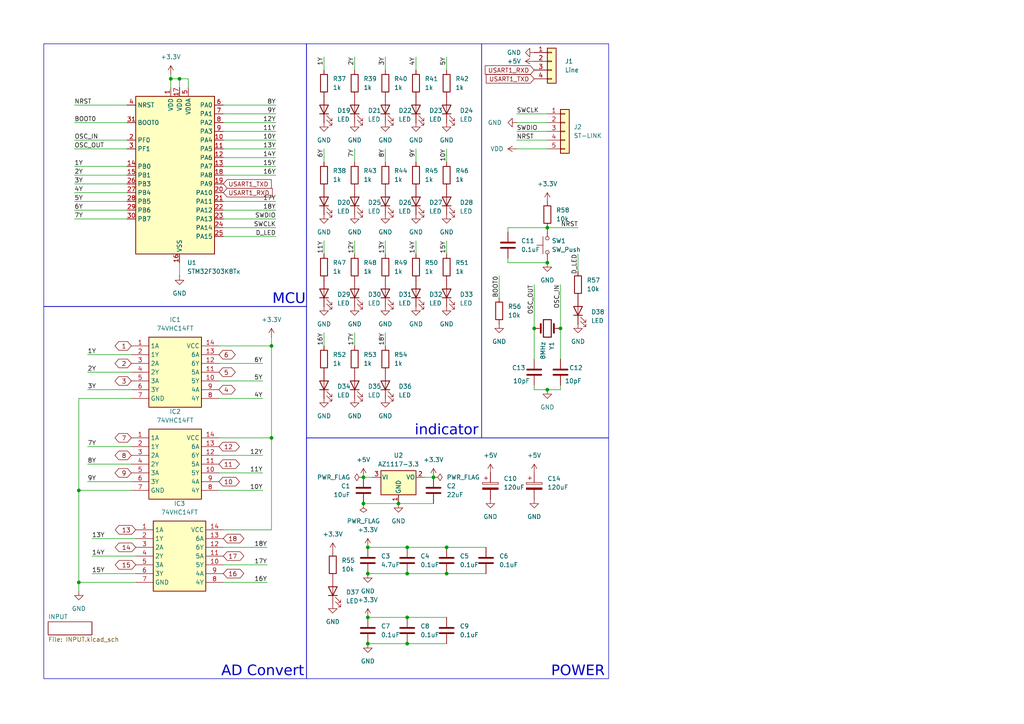
<source format=kicad_sch>
(kicad_sch (version 20231120) (generator "eeschema") (generator_version "8.0")
  (paper "A4")
  (title_block (title "MCU") (date "2024-07-13") (rev "1.0") (company "yukuyuku4123"))
  (lib_symbols
    (symbol "Connector_Generic:Conn_01x04" (pin_names (offset 1.016) hide)
      (property "Reference" "J" (at 0 5.08 0))
      (property "Value" "Conn_01x04" (at 0 -7.62 0))
      (symbol "Conn_01x04_1_1"
        (pin passive line (at -5.08 2.54 0) (length 3.81) (name "Pin_1") (number "1"))
        (pin passive line (at -5.08 0 0) (length 3.81) (name "Pin_2") (number "2"))
        (pin passive line (at -5.08 -2.54 0) (length 3.81) (name "Pin_3") (number "3"))
        (pin passive line (at -5.08 -5.08 0) (length 3.81) (name "Pin_4") (number "4"))
      )
    )
    (symbol "Connector_Generic:Conn_01x05" (pin_names (offset 1.016) hide)
      (property "Reference" "J" (at 0 7.62 0))
      (property "Value" "Conn_01x05" (at 0 -7.62 0))
      (symbol "Conn_01x05_1_1"
        (pin passive line (at -5.08 5.08 0) (length 3.81) (name "Pin_1") (number "1"))
        (pin passive line (at -5.08 2.54 0) (length 3.81) (name "Pin_2") (number "2"))
        (pin passive line (at -5.08 0 0) (length 3.81) (name "Pin_3") (number "3"))
        (pin passive line (at -5.08 -2.54 0) (length 3.81) (name "Pin_4") (number "4"))
        (pin passive line (at -5.08 -5.08 0) (length 3.81) (name "Pin_5") (number "5"))
      )
    )
    (symbol "Device:C" (pin_numbers hide) (pin_names (offset 0.254))
      (property "Reference" "C" (at 0.635 2.54 0))
      (property "Value" "C" (at 0.635 -2.54 0))
      (symbol "C_1_1"
        (pin passive line (at 0 3.81 270) (length 2.794) (name "~") (number "1"))
        (pin passive line (at 0 -3.81 90) (length 2.794) (name "~") (number "2"))
      )
    )
    (symbol "Device:C_Polarized" (pin_numbers hide) (pin_names (offset 0.254))
      (property "Reference" "C" (at 0.635 2.54 0))
      (property "Value" "C_Polarized" (at 0.635 -2.54 0))
      (symbol "C_Polarized_1_1"
        (pin passive line (at 0 3.81 270) (length 2.794) (name "~") (number "1"))
        (pin passive line (at 0 -3.81 90) (length 2.794) (name "~") (number "2"))
      )
    )
    (symbol "Device:Crystal" (pin_numbers hide) (pin_names (offset 1.016) hide)
      (property "Reference" "Y" (at 0 3.81 0))
      (property "Value" "Crystal" (at 0 -3.81 0))
      (symbol "Crystal_1_1"
        (pin passive line (at -3.81 0 0) (length 1.27) (name "1") (number "1"))
        (pin passive line (at 3.81 0 180) (length 1.27) (name "2") (number "2"))
      )
    )
    (symbol "Device:LED" (pin_numbers hide) (pin_names (offset 1.016) hide)
      (property "Reference" "D" (at 0 2.54 0))
      (property "Value" "LED" (at 0 -2.54 0))
      (symbol "LED_1_1"
        (pin passive line (at -3.81 0 0) (length 2.54) (name "K") (number "1"))
        (pin passive line (at 3.81 0 180) (length 2.54) (name "A") (number "2"))
      )
    )
    (symbol "Device:R" (pin_numbers hide) (pin_names (offset 0))
      (property "Reference" "R" (at 2.032 0 90))
      (property "Value" "R" (at 0 0 90))
      (symbol "R_1_1"
        (pin passive line (at 0 3.81 270) (length 1.27) (name "~") (number "1"))
        (pin passive line (at 0 -3.81 90) (length 1.27) (name "~") (number "2"))
      )
    )
    (symbol "MCU_ST_STM32F3:STM32F303K8Tx"
      (property "Reference" "U" (at -10.16 24.13 0))
      (property "Value" "STM32F303K8Tx" (at 7.62 24.13 0))
      (symbol "STM32F303K8Tx_1_1"
        (pin power_in line (at 0 25.4 270) (length 2.54) (name "VDD") (number "1"))
        (pin bidirectional line (at 15.24 10.16 180) (length 2.54) (name "PA4") (number "10"))
        (pin bidirectional line (at 15.24 7.62 180) (length 2.54) (name "PA5") (number "11"))
        (pin bidirectional line (at 15.24 5.08 180) (length 2.54) (name "PA6") (number "12"))
        (pin bidirectional line (at 15.24 2.54 180) (length 2.54) (name "PA7") (number "13"))
        (pin bidirectional line (at -12.7 2.54 0) (length 2.54) (name "PB0") (number "14"))
        (pin bidirectional line (at -12.7 0 0) (length 2.54) (name "PB1") (number "15"))
        (pin power_in line (at 2.54 -25.4 90) (length 2.54) (name "VSS") (number "16"))
        (pin power_in line (at 2.54 25.4 270) (length 2.54) (name "VDD") (number "17"))
        (pin bidirectional line (at 15.24 0 180) (length 2.54) (name "PA8") (number "18"))
        (pin bidirectional line (at 15.24 -2.54 180) (length 2.54) (name "PA9") (number "19"))
        (pin bidirectional line (at -12.7 10.16 0) (length 2.54) (name "PF0") (number "2"))
        (pin bidirectional line (at 15.24 -5.08 180) (length 2.54) (name "PA10") (number "20"))
        (pin bidirectional line (at 15.24 -7.62 180) (length 2.54) (name "PA11") (number "21"))
        (pin bidirectional line (at 15.24 -10.16 180) (length 2.54) (name "PA12") (number "22"))
        (pin bidirectional line (at 15.24 -12.7 180) (length 2.54) (name "PA13") (number "23"))
        (pin bidirectional line (at 15.24 -15.24 180) (length 2.54) (name "PA14") (number "24"))
        (pin bidirectional line (at 15.24 -17.78 180) (length 2.54) (name "PA15") (number "25"))
        (pin bidirectional line (at -12.7 -2.54 0) (length 2.54) (name "PB3") (number "26"))
        (pin bidirectional line (at -12.7 -5.08 0) (length 2.54) (name "PB4") (number "27"))
        (pin bidirectional line (at -12.7 -7.62 0) (length 2.54) (name "PB5") (number "28"))
        (pin bidirectional line (at -12.7 -10.16 0) (length 2.54) (name "PB6") (number "29"))
        (pin bidirectional line (at -12.7 7.62 0) (length 2.54) (name "PF1") (number "3"))
        (pin bidirectional line (at -12.7 -12.7 0) (length 2.54) (name "PB7") (number "30"))
        (pin input line (at -12.7 15.24 0) (length 2.54) (name "BOOT0") (number "31"))
        (pin passive line (at 2.54 -25.4 90) (length 2.54) hide (name "VSS") (number "32"))
        (pin input line (at -12.7 20.32 0) (length 2.54) (name "NRST") (number "4"))
        (pin power_in line (at 5.08 25.4 270) (length 2.54) (name "VDDA") (number "5"))
        (pin bidirectional line (at 15.24 20.32 180) (length 2.54) (name "PA0") (number "6"))
        (pin bidirectional line (at 15.24 17.78 180) (length 2.54) (name "PA1") (number "7"))
        (pin bidirectional line (at 15.24 15.24 180) (length 2.54) (name "PA2") (number "8"))
        (pin bidirectional line (at 15.24 12.7 180) (length 2.54) (name "PA3") (number "9"))
      )
    )
    (symbol "Regulator_Linear:AZ1117-3.3" (pin_names (offset 0.254))
      (property "Reference" "U" (at -3.81 3.175 0))
      (property "Value" "AZ1117-3.3" (at 0 3.175 0))
      (symbol "AZ1117-3.3_1_1"
        (pin power_in line (at 0 -7.62 90) (length 2.54) (name "GND") (number "1"))
        (pin power_out line (at 7.62 0 180) (length 2.54) (name "VO") (number "2"))
        (pin power_in line (at -7.62 0 0) (length 2.54) (name "VI") (number "3"))
      )
    )
    (symbol "SamacSys_Parts:74VHC14FT"
      (property "Reference" "IC" (at 21.59 7.62 0))
      (property "Value" "74VHC14FT" (at 21.59 5.08 0))
      (symbol "74VHC14FT_1_1"
        (pin passive line (at 0 0 0) (length 5.08) (name "1A") (number "1"))
        (pin passive line (at 25.4 -10.16 180) (length 5.08) (name "5Y") (number "10"))
        (pin passive line (at 25.4 -7.62 180) (length 5.08) (name "5A") (number "11"))
        (pin passive line (at 25.4 -5.08 180) (length 5.08) (name "6Y") (number "12"))
        (pin passive line (at 25.4 -2.54 180) (length 5.08) (name "6A") (number "13"))
        (pin passive line (at 25.4 0 180) (length 5.08) (name "VCC") (number "14"))
        (pin passive line (at 0 -2.54 0) (length 5.08) (name "1Y") (number "2"))
        (pin passive line (at 0 -5.08 0) (length 5.08) (name "2A") (number "3"))
        (pin passive line (at 0 -7.62 0) (length 5.08) (name "2Y") (number "4"))
        (pin passive line (at 0 -10.16 0) (length 5.08) (name "3A") (number "5"))
        (pin passive line (at 0 -12.7 0) (length 5.08) (name "3Y") (number "6"))
        (pin passive line (at 0 -15.24 0) (length 5.08) (name "GND") (number "7"))
        (pin passive line (at 25.4 -15.24 180) (length 5.08) (name "4Y") (number "8"))
        (pin passive line (at 25.4 -12.7 180) (length 5.08) (name "4A") (number "9"))
      )
    )
    (symbol "Switch:SW_Push" (pin_numbers hide) (pin_names (offset 1.016) hide)
      (property "Reference" "SW" (at 1.27 2.54 0))
      (property "Value" "SW_Push" (at 0 -1.524 0))
      (symbol "SW_Push_0_1"
        (pin passive line (at -5.08 0 0) (length 2.54) (name "1") (number "1"))
        (pin passive line (at 5.08 0 180) (length 2.54) (name "2") (number "2"))
      )
    )
    (symbol "power:+3.3V" (power) (pin_numbers hide) (pin_names (offset 0) hide)
      (property "Value" "+3.3V" (at 0 3.556 0))
      (symbol "+3.3V_1_1"
        (pin power_in line (at 0 0 90) (length 0) (name "~") (number "1"))
      )
    )
    (symbol "power:+5V" (power) (pin_numbers hide) (pin_names (offset 0) hide)
      (property "Value" "+5V" (at 0 3.556 0))
      (symbol "+5V_1_1"
        (pin power_in line (at 0 0 90) (length 0) (name "~") (number "1"))
      )
    )
    (symbol "power:GND" (power) (pin_numbers hide) (pin_names (offset 0) hide)
      (property "Value" "GND" (at 0 -3.81 0))
      (symbol "GND_1_1"
        (pin power_in line (at 0 0 270) (length 0) (name "~") (number "1"))
      )
    )
    (symbol "power:PWR_FLAG" (power) (pin_numbers hide) (pin_names (offset 0) hide)
      (property "Value" "PWR_FLAG" (at 0 3.81 0))
      (symbol "PWR_FLAG_0_0"
        (pin power_out line (at 0 0 90) (length 0) (name "~") (number "1"))
      )
    )
    (symbol "power:VDD" (power) (pin_numbers hide) (pin_names (offset 0) hide)
      (property "Value" "VDD" (at 0 3.556 0))
      (symbol "VDD_1_1"
        (pin power_in line (at 0 0 90) (length 0) (name "~") (number "1"))
      )
    )
  )
  (junction (at 106.68 186.69))
  (junction (at 115.57 146.05))
  (junction (at 106.68 166.37))
  (junction (at 118.11 179.07))
  (junction (at 129.54 158.75))
  (junction (at 52.07 22.86))
  (junction (at 118.11 166.37))
  (junction (at 22.86 168.91))
  (junction (at 125.73 138.43))
  (junction (at 106.68 158.75))
  (junction (at 106.68 179.07))
  (junction (at 49.53 22.86))
  (junction (at 129.54 166.37))
  (junction (at 105.41 138.43))
  (junction (at 158.75 113.03))
  (junction (at 78.74 127))
  (junction (at 118.11 158.75))
  (junction (at 162.56 95.25))
  (junction (at 105.41 146.05))
  (junction (at 158.75 76.2))
  (junction (at 22.86 142.24))
  (junction (at 158.75 66.04))
  (junction (at 154.94 95.25))
  (junction (at 118.11 186.69))
  (junction (at 78.74 100.33))
  (wire (pts (xy 106.68 179.07) (xy 118.11 179.07)))
  (wire (pts (xy 25.4 134.62) (xy 38.1 134.62)))
  (wire (pts (xy 162.56 111.76) (xy 162.56 113.03)))
  (wire (pts (xy 158.75 113.03) (xy 162.56 113.03)))
  (wire (pts (xy 21.59 58.42) (xy 36.83 58.42)))
  (wire (pts (xy 118.11 166.37) (xy 129.54 166.37)))
  (wire (pts (xy 63.5 137.16) (xy 76.2 137.16)))
  (wire (pts (xy 129.54 69.85) (xy 129.54 73.66)))
  (wire (pts (xy 64.77 66.04) (xy 80.01 66.04)))
  (wire (pts (xy 149.86 43.18) (xy 158.75 43.18)))
  (wire (pts (xy 54.61 25.4) (xy 54.61 22.86)))
  (wire (pts (xy 129.54 166.37) (xy 140.97 166.37)))
  (wire (pts (xy 21.59 30.48) (xy 36.83 30.48)))
  (wire (pts (xy 22.86 142.24) (xy 22.86 168.91)))
  (wire (pts (xy 21.59 35.56) (xy 36.83 35.56)))
  (wire (pts (xy 158.75 66.04) (xy 167.64 66.04)))
  (wire (pts (xy 123.19 138.43) (xy 125.73 138.43)))
  (wire (pts (xy 118.11 186.69) (xy 129.54 186.69)))
  (wire (pts (xy 78.74 127) (xy 78.74 153.67)))
  (wire (pts (xy 129.54 158.75) (xy 140.97 158.75)))
  (wire (pts (xy 102.87 43.18) (xy 102.87 46.99)))
  (wire (pts (xy 118.11 179.07) (xy 129.54 179.07)))
  (wire (pts (xy 78.74 100.33) (xy 78.74 127)))
  (wire (pts (xy 120.65 16.51) (xy 120.65 20.32)))
  (wire (pts (xy 64.77 40.64) (xy 80.01 40.64)))
  (wire (pts (xy 120.65 69.85) (xy 120.65 73.66)))
  (wire (pts (xy 129.54 16.51) (xy 129.54 20.32)))
  (wire (pts (xy 64.77 35.56) (xy 80.01 35.56)))
  (wire (pts (xy 64.77 158.75) (xy 77.47 158.75)))
  (wire (pts (xy 64.77 33.02) (xy 80.01 33.02)))
  (wire (pts (xy 25.4 107.95) (xy 38.1 107.95)))
  (wire (pts (xy 63.5 115.57) (xy 76.2 115.57)))
  (wire (pts (xy 102.87 16.51) (xy 102.87 20.32)))
  (wire (pts (xy 22.86 168.91) (xy 22.86 171.45)))
  (wire (pts (xy 22.86 168.91) (xy 39.37 168.91)))
  (wire (pts (xy 25.4 102.87) (xy 38.1 102.87)))
  (wire (pts (xy 21.59 48.26) (xy 36.83 48.26)))
  (wire (pts (xy 64.77 30.48) (xy 80.01 30.48)))
  (wire (pts (xy 64.77 48.26) (xy 80.01 48.26)))
  (wire (pts (xy 167.64 73.66) (xy 167.64 78.74)))
  (wire (pts (xy 25.4 139.7) (xy 38.1 139.7)))
  (wire (pts (xy 111.76 43.18) (xy 111.76 46.99)))
  (wire (pts (xy 147.32 66.04) (xy 158.75 66.04)))
  (wire (pts (xy 26.67 166.37) (xy 39.37 166.37)))
  (wire (pts (xy 22.86 115.57) (xy 22.86 142.24)))
  (wire (pts (xy 21.59 40.64) (xy 36.83 40.64)))
  (wire (pts (xy 22.86 115.57) (xy 38.1 115.57)))
  (wire (pts (xy 147.32 74.93) (xy 147.32 76.2)))
  (wire (pts (xy 49.53 21.59) (xy 49.53 22.86)))
  (wire (pts (xy 52.07 76.2) (xy 52.07 80.01)))
  (wire (pts (xy 64.77 43.18) (xy 80.01 43.18)))
  (wire (pts (xy 105.41 146.05) (xy 115.57 146.05)))
  (wire (pts (xy 120.65 43.18) (xy 120.65 46.99)))
  (wire (pts (xy 149.86 38.1) (xy 158.75 38.1)))
  (wire (pts (xy 154.94 113.03) (xy 158.75 113.03)))
  (wire (pts (xy 106.68 166.37) (xy 118.11 166.37)))
  (wire (pts (xy 26.67 156.21) (xy 39.37 156.21)))
  (wire (pts (xy 54.61 22.86) (xy 52.07 22.86)))
  (wire (pts (xy 64.77 60.96) (xy 80.01 60.96)))
  (wire (pts (xy 154.94 113.03) (xy 154.94 111.76)))
  (wire (pts (xy 93.98 16.51) (xy 93.98 20.32)))
  (wire (pts (xy 21.59 43.18) (xy 36.83 43.18)))
  (wire (pts (xy 64.77 38.1) (xy 80.01 38.1)))
  (wire (pts (xy 64.77 63.5) (xy 80.01 63.5)))
  (wire (pts (xy 64.77 163.83) (xy 77.47 163.83)))
  (wire (pts (xy 63.5 110.49) (xy 76.2 110.49)))
  (wire (pts (xy 21.59 53.34) (xy 36.83 53.34)))
  (wire (pts (xy 154.94 95.25) (xy 154.94 104.14)))
  (wire (pts (xy 105.41 138.43) (xy 107.95 138.43)))
  (wire (pts (xy 21.59 50.8) (xy 36.83 50.8)))
  (wire (pts (xy 64.77 153.67) (xy 78.74 153.67)))
  (wire (pts (xy 93.98 69.85) (xy 93.98 73.66)))
  (wire (pts (xy 63.5 105.41) (xy 76.2 105.41)))
  (wire (pts (xy 102.87 96.52) (xy 102.87 100.33)))
  (wire (pts (xy 63.5 132.08) (xy 76.2 132.08)))
  (wire (pts (xy 52.07 22.86) (xy 49.53 22.86)))
  (wire (pts (xy 111.76 69.85) (xy 111.76 73.66)))
  (wire (pts (xy 162.56 95.25) (xy 162.56 104.14)))
  (wire (pts (xy 63.5 127) (xy 78.74 127)))
  (wire (pts (xy 111.76 96.52) (xy 111.76 100.33)))
  (wire (pts (xy 49.53 22.86) (xy 49.53 25.4)))
  (wire (pts (xy 129.54 43.18) (xy 129.54 46.99)))
  (wire (pts (xy 26.67 161.29) (xy 39.37 161.29)))
  (wire (pts (xy 64.77 168.91) (xy 77.47 168.91)))
  (wire (pts (xy 162.56 82.55) (xy 162.56 95.25)))
  (wire (pts (xy 111.76 16.51) (xy 111.76 20.32)))
  (wire (pts (xy 63.5 100.33) (xy 78.74 100.33)))
  (wire (pts (xy 93.98 96.52) (xy 93.98 100.33)))
  (wire (pts (xy 22.86 142.24) (xy 38.1 142.24)))
  (wire (pts (xy 25.4 129.54) (xy 38.1 129.54)))
  (wire (pts (xy 106.68 186.69) (xy 118.11 186.69)))
  (wire (pts (xy 144.78 80.01) (xy 144.78 86.36)))
  (wire (pts (xy 147.32 76.2) (xy 158.75 76.2)))
  (wire (pts (xy 102.87 69.85) (xy 102.87 73.66)))
  (wire (pts (xy 78.74 97.79) (xy 78.74 100.33)))
  (wire (pts (xy 64.77 50.8) (xy 80.01 50.8)))
  (wire (pts (xy 115.57 146.05) (xy 125.73 146.05)))
  (wire (pts (xy 64.77 68.58) (xy 80.01 68.58)))
  (wire (pts (xy 63.5 142.24) (xy 76.2 142.24)))
  (wire (pts (xy 64.77 45.72) (xy 80.01 45.72)))
  (wire (pts (xy 106.68 158.75) (xy 118.11 158.75)))
  (wire (pts (xy 52.07 22.86) (xy 52.07 25.4)))
  (wire (pts (xy 21.59 63.5) (xy 36.83 63.5)))
  (wire (pts (xy 149.86 40.64) (xy 158.75 40.64)))
  (wire (pts (xy 93.98 43.18) (xy 93.98 46.99)))
  (wire (pts (xy 21.59 60.96) (xy 36.83 60.96)))
  (wire (pts (xy 149.86 35.56) (xy 158.75 35.56)))
  (wire (pts (xy 118.11 158.75) (xy 129.54 158.75)))
  (wire (pts (xy 149.86 33.02) (xy 158.75 33.02)))
  (wire (pts (xy 147.32 67.31) (xy 147.32 66.04)))
  (wire (pts (xy 154.94 82.55) (xy 154.94 95.25)))
  (wire (pts (xy 64.77 58.42) (xy 80.01 58.42)))
  (wire (pts (xy 21.59 55.88) (xy 36.83 55.88)))
  (wire (pts (xy 25.4 113.03) (xy 38.1 113.03)))
  (rectangle (start 139.7 12.7) (end 176.53 127))
  (rectangle (start 12.7 12.7) (end 88.9 88.9))
  (rectangle (start 88.9 12.7) (end 139.7 127))
  (rectangle (start 88.9 127) (end 176.53 196.85))
  (rectangle (start 12.7 88.9) (end 88.9 196.85))
  (text "MCU" (at 83.82 87.63 0) (effects (font (size 3 3))))
  (text "AD Convert" (at 76.2 195.58 0) (effects (font (size 3 3))))
  (text "indicator" (at 129.54 125.73 0) (effects (font (size 3 3))))
  (text "POWER" (at 167.64 195.58 0) (effects (font (size 3 3))))
  (label "SWCLK" (at 80.01 66.04 180))
  (label "OSC_IN" (at 162.56 82.55 270))
  (label "1Y" (at 25.4 102.87 0))
  (label "9Y" (at 80.01 33.02 180))
  (label "16Y" (at 93.98 96.52 270))
  (label "7Y" (at 102.87 43.18 270))
  (label "3Y" (at 111.76 16.51 270))
  (label "18Y" (at 80.01 60.96 180))
  (label "NRST" (at 149.86 40.64 0))
  (label "6Y" (at 76.2 105.41 180))
  (label "15Y" (at 26.67 166.37 0))
  (label "5Y" (at 21.59 58.42 0))
  (label "10Y" (at 80.01 40.64 180))
  (label "4Y" (at 120.65 16.51 270))
  (label "4Y" (at 76.2 115.57 180))
  (label "17Y" (at 80.01 58.42 180))
  (label "10Y" (at 76.2 142.24 180))
  (label "15Y" (at 80.01 48.26 180))
  (label "11Y" (at 93.98 69.85 270))
  (label "6Y" (at 93.98 43.18 270))
  (label "D_LED" (at 80.01 68.58 180))
  (label "BOOT0" (at 144.78 80.01 270))
  (label "NRST" (at 21.59 30.48 0))
  (label "1Y" (at 93.98 16.51 270))
  (label "17Y" (at 77.47 163.83 180))
  (label "11Y" (at 76.2 137.16 180))
  (label "4Y" (at 21.59 55.88 0))
  (label "14Y" (at 80.01 45.72 180))
  (label "2Y" (at 102.87 16.51 270))
  (label "14Y" (at 120.65 69.85 270))
  (label "12Y" (at 76.2 132.08 180))
  (label "BOOT0" (at 21.59 35.56 0))
  (label "15Y" (at 129.54 69.85 270))
  (label "18Y" (at 111.76 96.52 270))
  (label "OSC_OUT" (at 21.59 43.18 0))
  (label "18Y" (at 77.47 158.75 180))
  (label "17Y" (at 102.87 96.52 270))
  (label "9Y" (at 25.4 139.7 0))
  (label "1Y" (at 21.59 48.26 0))
  (label "7Y" (at 21.59 63.5 0))
  (label "13Y" (at 111.76 69.85 270))
  (label "2Y" (at 25.4 107.95 0))
  (label "10Y" (at 129.54 43.18 270))
  (label "3Y" (at 25.4 113.03 0))
  (label "OSC_OUT" (at 154.94 82.55 270))
  (label "NRST" (at 167.64 66.04 180))
  (label "12Y" (at 102.87 69.85 270))
  (label "14Y" (at 26.67 161.29 0))
  (label "OSC_IN" (at 21.59 40.64 0))
  (label "8Y" (at 111.76 43.18 270))
  (label "5Y" (at 76.2 110.49 180))
  (label "SWDIO" (at 149.86 38.1 0))
  (label "7Y" (at 25.4 129.54 0))
  (label "SWDIO" (at 80.01 63.5 180))
  (label "8Y" (at 80.01 30.48 180))
  (label "2Y" (at 21.59 50.8 0))
  (label "13Y" (at 26.67 156.21 0))
  (label "SWCLK" (at 149.86 33.02 0))
  (label "12Y" (at 80.01 35.56 180))
  (label "9Y" (at 120.65 43.18 270))
  (label "16Y" (at 80.01 50.8 180))
  (label "13Y" (at 80.01 43.18 180))
  (label "11Y" (at 80.01 38.1 180))
  (label "8Y" (at 25.4 134.62 0))
  (label "D_LED" (at 167.64 73.66 270))
  (label "6Y" (at 21.59 60.96 0))
  (label "5Y" (at 129.54 16.51 270))
  (label "16Y" (at 77.47 168.91 180))
  (label "3Y" (at 21.59 53.34 0))
  (global_label "18" (shape bidirectional) (at 64.77 156.21 0) (property "Intersheetrefs" "${INTERSHEET_REFS}" (effects (hide yes))))
  (global_label "10" (shape bidirectional) (at 63.5 139.7 0) (property "Intersheetrefs" "${INTERSHEET_REFS}" (effects (hide yes))))
  (global_label "14" (shape bidirectional) (at 39.37 158.75 180) (property "Intersheetrefs" "${INTERSHEET_REFS}" (effects (hide yes))))
  (global_label "7" (shape bidirectional) (at 38.1 127 180) (property "Intersheetrefs" "${INTERSHEET_REFS}" (effects (hide yes))))
  (global_label "6" (shape bidirectional) (at 63.5 102.87 0) (property "Intersheetrefs" "${INTERSHEET_REFS}" (effects (hide yes))))
  (global_label "USART1_TXD" (shape input) (at 64.77 53.34 0) (property "Intersheetrefs" "${INTERSHEET_REFS}" (effects (hide yes))))
  (global_label "9" (shape bidirectional) (at 38.1 137.16 180) (property "Intersheetrefs" "${INTERSHEET_REFS}" (effects (hide yes))))
  (global_label "8" (shape bidirectional) (at 38.1 132.08 180) (property "Intersheetrefs" "${INTERSHEET_REFS}" (effects (hide yes))))
  (global_label "12" (shape bidirectional) (at 63.5 129.54 0) (property "Intersheetrefs" "${INTERSHEET_REFS}" (effects (hide yes))))
  (global_label "USART1_RXD" (shape input) (at 64.77 55.88 0) (property "Intersheetrefs" "${INTERSHEET_REFS}" (effects (hide yes))))
  (global_label "2" (shape bidirectional) (at 38.1 105.41 180) (property "Intersheetrefs" "${INTERSHEET_REFS}" (effects (hide yes))))
  (global_label "USART1_RXD" (shape input) (at 154.94 20.32 180) (property "Intersheetrefs" "${INTERSHEET_REFS}" (effects (hide yes))))
  (global_label "4" (shape bidirectional) (at 63.5 113.03 0) (property "Intersheetrefs" "${INTERSHEET_REFS}" (effects (hide yes))))
  (global_label "15" (shape bidirectional) (at 39.37 163.83 180) (property "Intersheetrefs" "${INTERSHEET_REFS}" (effects (hide yes))))
  (global_label "5" (shape bidirectional) (at 63.5 107.95 0) (property "Intersheetrefs" "${INTERSHEET_REFS}" (effects (hide yes))))
  (global_label "1" (shape bidirectional) (at 38.1 100.33 180) (property "Intersheetrefs" "${INTERSHEET_REFS}" (effects (hide yes))))
  (global_label "USART1_TXD" (shape input) (at 154.94 22.86 180) (property "Intersheetrefs" "${INTERSHEET_REFS}" (effects (hide yes))))
  (global_label "13" (shape bidirectional) (at 39.37 153.67 180) (property "Intersheetrefs" "${INTERSHEET_REFS}" (effects (hide yes))))
  (global_label "11" (shape bidirectional) (at 63.5 134.62 0) (property "Intersheetrefs" "${INTERSHEET_REFS}" (effects (hide yes))))
  (global_label "3" (shape bidirectional) (at 38.1 110.49 180) (property "Intersheetrefs" "${INTERSHEET_REFS}" (effects (hide yes))))
  (global_label "16" (shape bidirectional) (at 64.77 166.37 0) (property "Intersheetrefs" "${INTERSHEET_REFS}" (effects (hide yes))))
  (global_label "17" (shape bidirectional) (at 64.77 161.29 0) (property "Intersheetrefs" "${INTERSHEET_REFS}" (effects (hide yes))))
  (symbol (lib_id "Device:LED") (at 102.87 85.09 90) (unit 1)
    (property "Reference" "D30" (at 106.68 85.4074 90) (effects (justify right)))
    (property "Value" "LED" (at 106.68 87.9474 90) (effects (justify right)))
    (property "Footprint" "LED_SMD:LED_0603_1608Metric" (effects (hide yes)))
    (property "Description" "Light emitting diode" (effects (hide yes)))
  )
  (symbol (lib_id "Device:R") (at 120.65 77.47 0) (unit 1)
    (property "Reference" "R50" (at 123.19 76.1999 0) (effects (justify left)))
    (property "Value" "1k" (at 123.19 78.7399 0) (effects (justify left)))
    (property "Footprint" "Resistor_SMD:R_0603_1608Metric" (effects (hide yes)))
    (property "Description" "Resistor" (effects (hide yes)))
  )
  (symbol (lib_id "power:GND") (at 115.57 146.05 0) (unit 1)
    (property "Reference" "#PWR061" (effects (hide yes)))
    (property "Value" "GND" (at 115.57 151.13 0))
    (property "Description" "Power symbol creates a global label with name \"GND\" , ground" (effects (hide yes)))
  )
  (symbol (lib_id "power:GND") (at 102.87 88.9 0) (unit 1)
    (property "Reference" "#PWR052" (effects (hide yes)))
    (property "Value" "GND" (at 102.87 93.98 0))
    (property "Description" "Power symbol creates a global label with name \"GND\" , ground" (effects (hide yes)))
  )
  (symbol (lib_id "power:VDD") (at 149.86 43.18 90) (unit 1)
    (property "Reference" "#PWR080" (effects (hide yes)))
    (property "Value" "VDD" (at 146.05 43.1799 90) (effects (justify left)))
    (property "Description" "Power symbol creates a global label with name \"VDD\"" (effects (hide yes)))
  )
  (symbol (lib_id "power:GND") (at 120.65 62.23 0) (unit 1)
    (property "Reference" "#PWR048" (effects (hide yes)))
    (property "Value" "GND" (at 120.65 67.31 0))
    (property "Description" "Power symbol creates a global label with name \"GND\" , ground" (effects (hide yes)))
  )
  (symbol (lib_id "power:+3.3V") (at 106.68 179.07 0) (unit 1)
    (property "Reference" "#PWR066" (effects (hide yes)))
    (property "Value" "+3.3V" (at 106.68 173.99 0))
    (property "Description" "Power symbol creates a global label with name \"+3.3V\"" (effects (hide yes)))
  )
  (symbol (lib_id "Device:C_Polarized") (at 154.94 140.97 0) (unit 1)
    (property "Reference" "C14" (at 158.75 138.8109 0) (effects (justify left)))
    (property "Value" "120uF" (at 158.75 141.3509 0) (effects (justify left)))
    (property "Footprint" "Capacitor_THT:CP_Radial_D10.0mm_P5.00mm" (effects (hide yes)))
    (property "Description" "Polarized capacitor" (effects (hide yes)))
  )
  (symbol (lib_id "Device:LED") (at 96.52 171.45 90) (unit 1)
    (property "Reference" "D37" (at 100.33 171.7674 90) (effects (justify right)))
    (property "Value" "LED" (at 100.33 174.3074 90) (effects (justify right)))
    (property "Footprint" "LED_SMD:LED_0603_1608Metric" (effects (hide yes)))
    (property "Description" "Light emitting diode" (effects (hide yes)))
  )
  (symbol (lib_id "power:+3.3V") (at 125.73 138.43 0) (unit 1)
    (property "Reference" "#PWR059" (effects (hide yes)))
    (property "Value" "+3.3V" (at 125.73 133.35 0))
    (property "Description" "Power symbol creates a global label with name \"+3.3V\"" (effects (hide yes)))
  )
  (symbol (lib_id "power:GND") (at 149.86 35.56 270) (unit 1)
    (property "Reference" "#PWR079" (effects (hide yes)))
    (property "Value" "GND" (at 143.51 35.56 90))
    (property "Description" "Power symbol creates a global label with name \"GND\" , ground" (effects (hide yes)))
  )
  (symbol (lib_id "Device:R") (at 102.87 104.14 0) (unit 1)
    (property "Reference" "R53" (at 105.41 102.8699 0) (effects (justify left)))
    (property "Value" "1k" (at 105.41 105.4099 0) (effects (justify left)))
    (property "Footprint" "Resistor_SMD:R_0603_1608Metric" (effects (hide yes)))
    (property "Description" "Resistor" (effects (hide yes)))
  )
  (symbol (lib_id "Device:C") (at 106.68 162.56 0) (unit 1)
    (property "Reference" "C3" (at 110.49 161.2899 0) (effects (justify left)))
    (property "Value" "4.7uF" (at 110.49 163.8299 0) (effects (justify left)))
    (property "Footprint" "Capacitor_SMD:C_0603_1608Metric" (effects (hide yes)))
    (property "Description" "Unpolarized capacitor" (effects (hide yes)))
  )
  (symbol (lib_id "Switch:SW_Push") (at 158.75 71.12 90) (unit 1)
    (property "Reference" "SW1" (at 160.02 69.8499 90) (effects (justify right)))
    (property "Value" "SW_Push" (at 160.02 72.3899 90) (effects (justify right)))
    (property "Footprint" "Button_Switch_THT:SW_PUSH_6mm" (effects (hide yes)))
    (property "Description" "Push button switch, generic, two pins" (effects (hide yes)))
  )
  (symbol (lib_id "power:GND") (at 93.98 62.23 0) (unit 1)
    (property "Reference" "#PWR041" (effects (hide yes)))
    (property "Value" "GND" (at 93.98 67.31 0))
    (property "Description" "Power symbol creates a global label with name \"GND\" , ground" (effects (hide yes)))
  )
  (symbol (lib_id "Device:R") (at 129.54 77.47 0) (unit 1)
    (property "Reference" "R51" (at 132.08 76.1999 0) (effects (justify left)))
    (property "Value" "1k" (at 132.08 78.7399 0) (effects (justify left)))
    (property "Footprint" "Resistor_SMD:R_0603_1608Metric" (effects (hide yes)))
    (property "Description" "Resistor" (effects (hide yes)))
  )
  (symbol (lib_id "power:GND") (at 120.65 35.56 0) (unit 1)
    (property "Reference" "#PWR044" (effects (hide yes)))
    (property "Value" "GND" (at 120.65 40.64 0))
    (property "Description" "Power symbol creates a global label with name \"GND\" , ground" (effects (hide yes)))
  )
  (symbol (lib_id "Device:C") (at 125.73 142.24 0) (unit 1)
    (property "Reference" "C2" (at 129.54 140.9699 0) (effects (justify left)))
    (property "Value" "22uF" (at 129.54 143.5099 0) (effects (justify left)))
    (property "Footprint" "Capacitor_SMD:C_0603_1608Metric" (effects (hide yes)))
    (property "Description" "Unpolarized capacitor" (effects (hide yes)))
  )
  (symbol (lib_id "power:GND") (at 154.94 15.24 270) (unit 1)
    (property "Reference" "#PWR070" (effects (hide yes)))
    (property "Value" "GND" (at 151.13 15.24 90) (effects (justify right)))
  )
  (symbol (lib_id "Device:LED") (at 93.98 31.75 90) (unit 1)
    (property "Reference" "D19" (at 97.79 32.0674 90) (effects (justify right)))
    (property "Value" "LED" (at 97.79 34.6074 90) (effects (justify right)))
    (property "Footprint" "LED_SMD:LED_0603_1608Metric" (effects (hide yes)))
    (property "Description" "Light emitting diode" (effects (hide yes)))
  )
  (symbol (lib_id "Device:R") (at 120.65 50.8 0) (unit 1)
    (property "Reference" "R45" (at 123.19 49.5299 0) (effects (justify left)))
    (property "Value" "1k" (at 123.19 52.0699 0) (effects (justify left)))
    (property "Footprint" "Resistor_SMD:R_0603_1608Metric" (effects (hide yes)))
    (property "Description" "Resistor" (effects (hide yes)))
  )
  (symbol (lib_id "power:GND") (at 106.68 166.37 0) (unit 1)
    (property "Reference" "#PWR065" (effects (hide yes)))
    (property "Value" "GND" (at 106.68 171.45 0))
    (property "Description" "Power symbol creates a global label with name \"GND\" , ground" (effects (hide yes)))
  )
  (symbol (lib_id "Device:C") (at 162.56 107.95 0) (unit 1)
    (property "Reference" "C12" (at 165.1 106.68 0) (effects (justify left)))
    (property "Value" "10pF" (at 163.83 110.49 0) (effects (justify left)))
    (property "Footprint" "Capacitor_SMD:C_0402_1005Metric" (effects (hide yes)))
    (property "Description" "Unpolarized capacitor" (effects (hide yes)))
  )
  (symbol (lib_id "power:GND") (at 142.24 144.78 0) (unit 1)
    (property "Reference" "#PWR069" (effects (hide yes)))
    (property "Value" "GND" (at 142.24 149.86 0))
    (property "Description" "Power symbol creates a global label with name \"GND\" , ground" (effects (hide yes)))
  )
  (symbol (lib_id "Device:LED") (at 120.65 85.09 90) (unit 1)
    (property "Reference" "D32" (at 124.46 85.4074 90) (effects (justify right)))
    (property "Value" "LED" (at 124.46 87.9474 90) (effects (justify right)))
    (property "Footprint" "LED_SMD:LED_0603_1608Metric" (effects (hide yes)))
    (property "Description" "Light emitting diode" (effects (hide yes)))
  )
  (symbol (lib_id "Device:LED") (at 93.98 58.42 90) (unit 1)
    (property "Reference" "D20" (at 97.79 58.7374 90) (effects (justify right)))
    (property "Value" "LED" (at 97.79 61.2774 90) (effects (justify right)))
    (property "Footprint" "LED_SMD:LED_0603_1608Metric" (effects (hide yes)))
    (property "Description" "Light emitting diode" (effects (hide yes)))
  )
  (symbol (lib_id "Device:LED") (at 167.64 90.17 90) (unit 1)
    (property "Reference" "D38" (at 171.45 90.4874 90) (effects (justify right)))
    (property "Value" "LED" (at 171.45 93.0274 90) (effects (justify right)))
    (property "Footprint" "LED_SMD:LED_0603_1608Metric" (effects (hide yes)))
    (property "Description" "Light emitting diode" (effects (hide yes)))
  )
  (symbol (lib_id "Device:C") (at 118.11 182.88 0) (unit 1)
    (property "Reference" "C8" (at 121.92 181.6099 0) (effects (justify left)))
    (property "Value" "0.1uF" (at 121.92 184.1499 0) (effects (justify left)))
    (property "Footprint" "Capacitor_SMD:C_0402_1005Metric" (effects (hide yes)))
    (property "Description" "Unpolarized capacitor" (effects (hide yes)))
  )
  (symbol (lib_id "Device:LED") (at 129.54 31.75 90) (unit 1)
    (property "Reference" "D24" (at 133.35 32.0674 90) (effects (justify right)))
    (property "Value" "LED" (at 133.35 34.6074 90) (effects (justify right)))
    (property "Footprint" "LED_SMD:LED_0603_1608Metric" (effects (hide yes)))
    (property "Description" "Light emitting diode" (effects (hide yes)))
  )
  (symbol (lib_id "power:GND") (at 111.76 35.56 0) (unit 1)
    (property "Reference" "#PWR043" (effects (hide yes)))
    (property "Value" "GND" (at 111.76 40.64 0))
    (property "Description" "Power symbol creates a global label with name \"GND\" , ground" (effects (hide yes)))
  )
  (symbol (lib_id "Device:LED") (at 120.65 31.75 90) (unit 1)
    (property "Reference" "D23" (at 124.46 32.0674 90) (effects (justify right)))
    (property "Value" "LED" (at 124.46 34.6074 90) (effects (justify right)))
    (property "Footprint" "LED_SMD:LED_0603_1608Metric" (effects (hide yes)))
    (property "Description" "Light emitting diode" (effects (hide yes)))
  )
  (symbol (lib_id "Device:C") (at 105.41 142.24 0) (mirror y) (unit 1)
    (property "Reference" "C1" (at 101.6 140.9699 0) (effects (justify left)))
    (property "Value" "10uF" (at 101.6 143.5099 0) (effects (justify left)))
    (property "Footprint" "Capacitor_SMD:C_0603_1608Metric" (effects (hide yes)))
    (property "Description" "Unpolarized capacitor" (effects (hide yes)))
  )
  (symbol (lib_id "Connector_Generic:Conn_01x05") (at 163.83 38.1 0) (unit 1)
    (property "Reference" "J2" (at 166.37 36.8299 0) (effects (justify left)))
    (property "Value" "ST-LINK" (at 166.37 39.3699 0) (effects (justify left)))
    (property "Footprint" "Connector_PinHeader_2.54mm:PinHeader_1x05_P2.54mm_Vertical" (effects (hide yes)))
    (property "Description" "Generic connector, single row, 01x05, script generated (kicad-library-utils/schlib/autogen/connector/)" (effects (hide yes)))
  )
  (symbol (lib_id "Device:R") (at 111.76 104.14 0) (unit 1)
    (property "Reference" "R54" (at 114.3 102.8699 0) (effects (justify left)))
    (property "Value" "1k" (at 114.3 105.4099 0) (effects (justify left)))
    (property "Footprint" "Resistor_SMD:R_0603_1608Metric" (effects (hide yes)))
    (property "Description" "Resistor" (effects (hide yes)))
  )
  (symbol (lib_id "power:GND") (at 22.86 171.45 0) (unit 1)
    (property "Reference" "#PWR038" (effects (hide yes)))
    (property "Value" "GND" (at 22.86 176.53 0))
    (property "Description" "Power symbol creates a global label with name \"GND\" , ground" (effects (hide yes)))
  )
  (symbol (lib_id "Device:C") (at 129.54 162.56 0) (unit 1)
    (property "Reference" "C5" (at 133.35 161.2899 0) (effects (justify left)))
    (property "Value" "0.1uF" (at 133.35 163.8299 0) (effects (justify left)))
    (property "Footprint" "Capacitor_SMD:C_0402_1005Metric" (effects (hide yes)))
    (property "Description" "Unpolarized capacitor" (effects (hide yes)))
  )
  (symbol (lib_id "Device:R") (at 158.75 62.23 0) (unit 1)
    (property "Reference" "R58" (at 161.29 60.9599 0) (effects (justify left)))
    (property "Value" "10k" (at 161.29 63.4999 0) (effects (justify left)))
    (property "Footprint" "Resistor_SMD:R_0603_1608Metric" (effects (hide yes)))
    (property "Description" "Resistor" (effects (hide yes)))
  )
  (symbol (lib_id "Device:R") (at 96.52 163.83 0) (unit 1)
    (property "Reference" "R55" (at 99.06 162.5599 0) (effects (justify left)))
    (property "Value" "10k" (at 99.06 165.0999 0) (effects (justify left)))
    (property "Footprint" "Resistor_SMD:R_0603_1608Metric" (effects (hide yes)))
    (property "Description" "Resistor" (effects (hide yes)))
  )
  (symbol (lib_id "Device:R") (at 129.54 24.13 0) (unit 1)
    (property "Reference" "R42" (at 132.08 22.8599 0) (effects (justify left)))
    (property "Value" "1k" (at 132.08 25.3999 0) (effects (justify left)))
    (property "Footprint" "Resistor_SMD:R_0603_1608Metric" (effects (hide yes)))
    (property "Description" "Resistor" (effects (hide yes)))
  )
  (symbol (lib_id "Device:C") (at 129.54 182.88 0) (unit 1)
    (property "Reference" "C9" (at 133.35 181.6099 0) (effects (justify left)))
    (property "Value" "0.1uF" (at 133.35 184.1499 0) (effects (justify left)))
    (property "Footprint" "Capacitor_SMD:C_0402_1005Metric" (effects (hide yes)))
    (property "Description" "Unpolarized capacitor" (effects (hide yes)))
  )
  (symbol (lib_id "Device:Crystal") (at 158.75 95.25 0) (unit 1)
    (property "Reference" "Y1" (at 160.0201 99.06 90) (effects (justify right)))
    (property "Value" "8MHz" (at 157.4801 99.06 90) (effects (justify right)))
    (property "Footprint" "Crystal:Crystal_HC49-4H_Vertical" (effects (hide yes)))
    (property "Description" "Two pin crystal" (effects (hide yes)))
  )
  (symbol (lib_id "power:PWR_FLAG") (at 105.41 138.43 90) (unit 1)
    (property "Reference" "#FLG02" (effects (hide yes)))
    (property "Value" "PWR_FLAG" (at 101.6 138.4299 90) (effects (justify left)))
    (property "Description" "Special symbol for telling ERC where power comes from" (effects (hide yes)))
  )
  (symbol (lib_id "Device:LED") (at 93.98 111.76 90) (unit 1)
    (property "Reference" "D34" (at 97.79 112.0774 90) (effects (justify right)))
    (property "Value" "LED" (at 97.79 114.6174 90) (effects (justify right)))
    (property "Footprint" "LED_SMD:LED_0603_1608Metric" (effects (hide yes)))
    (property "Description" "Light emitting diode" (effects (hide yes)))
  )
  (symbol (lib_id "power:GND") (at 167.64 93.98 0) (unit 1)
    (property "Reference" "#PWR073" (effects (hide yes)))
    (property "Value" "GND" (at 167.64 99.06 0))
    (property "Description" "Power symbol creates a global label with name \"GND\" , ground" (effects (hide yes)))
  )
  (symbol (lib_id "power:+5V") (at 154.94 17.78 90) (unit 1)
    (property "Reference" "#PWR071" (effects (hide yes)))
    (property "Value" "+5V" (at 151.13 17.78 90) (effects (justify left)))
  )
  (symbol (lib_id "power:GND") (at 129.54 88.9 0) (unit 1)
    (property "Reference" "#PWR055" (effects (hide yes)))
    (property "Value" "GND" (at 129.54 93.98 0))
    (property "Description" "Power symbol creates a global label with name \"GND\" , ground" (effects (hide yes)))
  )
  (symbol (lib_id "power:GND") (at 120.65 88.9 0) (unit 1)
    (property "Reference" "#PWR054" (effects (hide yes)))
    (property "Value" "GND" (at 120.65 93.98 0))
    (property "Description" "Power symbol creates a global label with name \"GND\" , ground" (effects (hide yes)))
  )
  (symbol (lib_id "power:GND") (at 111.76 115.57 0) (unit 1)
    (property "Reference" "#PWR058" (effects (hide yes)))
    (property "Value" "GND" (at 111.76 120.65 0))
    (property "Description" "Power symbol creates a global label with name \"GND\" , ground" (effects (hide yes)))
  )
  (symbol (lib_id "Device:R") (at 111.76 77.47 0) (unit 1)
    (property "Reference" "R49" (at 114.3 76.1999 0) (effects (justify left)))
    (property "Value" "1k" (at 114.3 78.7399 0) (effects (justify left)))
    (property "Footprint" "Resistor_SMD:R_0603_1608Metric" (effects (hide yes)))
    (property "Description" "Resistor" (effects (hide yes)))
  )
  (symbol (lib_id "Regulator_Linear:AZ1117-3.3") (at 115.57 138.43 0) (unit 1)
    (property "Reference" "U2" (at 115.57 132.08 0))
    (property "Value" "AZ1117-3.3" (at 115.57 134.62 0))
    (property "Footprint" "Package_TO_SOT_SMD:SOT-223-3_TabPin2" (effects (hide yes)))
    (property "Datasheet" "https://www.diodes.com/assets/Datasheets/AZ1117.pdf" (effects (hide yes)))
    (property "Description" "1A 20V Fixed LDO Linear Regulator, 3.3V, SOT-89/SOT-223/TO-220/TO-252/TO-263" (effects (hide yes)))
  )
  (symbol (lib_id "Device:R") (at 144.78 90.17 0) (unit 1)
    (property "Reference" "R56" (at 147.32 88.8999 0) (effects (justify left)))
    (property "Value" "10k" (at 147.32 91.4399 0) (effects (justify left)))
    (property "Footprint" "Resistor_SMD:R_0603_1608Metric" (effects (hide yes)))
    (property "Description" "Resistor" (effects (hide yes)))
  )
  (symbol (lib_id "Device:R") (at 102.87 24.13 0) (unit 1)
    (property "Reference" "R39" (at 105.41 22.8599 0) (effects (justify left)))
    (property "Value" "1k" (at 105.41 25.3999 0) (effects (justify left)))
    (property "Footprint" "Resistor_SMD:R_0603_1608Metric" (effects (hide yes)))
    (property "Description" "Resistor" (effects (hide yes)))
  )
  (symbol (lib_id "Device:R") (at 93.98 50.8 0) (unit 1)
    (property "Reference" "R38" (at 96.52 49.5299 0) (effects (justify left)))
    (property "Value" "1k" (at 96.52 52.0699 0) (effects (justify left)))
    (property "Footprint" "Resistor_SMD:R_0603_1608Metric" (effects (hide yes)))
    (property "Description" "Resistor" (effects (hide yes)))
  )
  (symbol (lib_id "Device:LED") (at 129.54 58.42 90) (unit 1)
    (property "Reference" "D28" (at 133.35 58.7374 90) (effects (justify right)))
    (property "Value" "LED" (at 133.35 61.2774 90) (effects (justify right)))
    (property "Footprint" "LED_SMD:LED_0603_1608Metric" (effects (hide yes)))
    (property "Description" "Light emitting diode" (effects (hide yes)))
  )
  (symbol (lib_id "power:GND") (at 129.54 62.23 0) (unit 1)
    (property "Reference" "#PWR049" (effects (hide yes)))
    (property "Value" "GND" (at 129.54 67.31 0))
    (property "Description" "Power symbol creates a global label with name \"GND\" , ground" (effects (hide yes)))
  )
  (symbol (lib_id "SamacSys_Parts:74VHC14FT") (at 38.1 127 0) (unit 1)
    (property "Reference" "IC2" (at 50.8 119.38 0))
    (property "Value" "74VHC14FT" (at 50.8 121.92 0))
    (property "Footprint" "SamacSys_Parts:SOP65P640X120-14N" (effects (hide yes)))
    (property "Datasheet" "https://componentsearchengine.com/Datasheets/1/74VHC14FT.pdf" (effects (hide yes)))
    (property "Description" "Inverters CMOS Logic IC Series" (effects (hide yes)))
    (property "Height" "1.2" (effects (hide yes)))
    (property "Mouser Part Number" "757-74VHC14FT" (effects (hide yes)))
    (property "Mouser Price/Stock" "https://www.mouser.com/Search/Refine.aspx?Keyword=757-74VHC14FT" (effects (hide yes)))
    (property "Manufacturer_Name" "Toshiba" (effects (hide yes)))
    (property "Manufacturer_Part_Number" "74VHC14FT" (effects (hide yes)))
  )
  (symbol (lib_id "Device:LED") (at 93.98 85.09 90) (unit 1)
    (property "Reference" "D29" (at 97.79 85.4074 90) (effects (justify right)))
    (property "Value" "LED" (at 97.79 87.9474 90) (effects (justify right)))
    (property "Footprint" "LED_SMD:LED_0603_1608Metric" (effects (hide yes)))
    (property "Description" "Light emitting diode" (effects (hide yes)))
  )
  (symbol (lib_id "power:GND") (at 111.76 88.9 0) (unit 1)
    (property "Reference" "#PWR053" (effects (hide yes)))
    (property "Value" "GND" (at 111.76 93.98 0))
    (property "Description" "Power symbol creates a global label with name \"GND\" , ground" (effects (hide yes)))
  )
  (symbol (lib_id "power:GND") (at 154.94 144.78 0) (unit 1)
    (property "Reference" "#PWR078" (effects (hide yes)))
    (property "Value" "GND" (at 154.94 149.86 0))
    (property "Description" "Power symbol creates a global label with name \"GND\" , ground" (effects (hide yes)))
  )
  (symbol (lib_id "power:+5V") (at 105.41 138.43 0) (unit 1)
    (property "Reference" "#PWR060" (effects (hide yes)))
    (property "Value" "+5V" (at 105.41 133.35 0))
    (property "Description" "Power symbol creates a global label with name \"+5V\"" (effects (hide yes)))
  )
  (symbol (lib_id "power:+3.3V") (at 96.52 160.02 0) (unit 1)
    (property "Reference" "#PWR063" (effects (hide yes)))
    (property "Value" "+3.3V" (at 96.52 154.94 0))
    (property "Description" "Power symbol creates a global label with name \"+3.3V\"" (effects (hide yes)))
  )
  (symbol (lib_id "Device:C") (at 118.11 162.56 0) (unit 1)
    (property "Reference" "C4" (at 121.92 161.2899 0) (effects (justify left)))
    (property "Value" "0.1uF" (at 121.92 163.8299 0) (effects (justify left)))
    (property "Footprint" "Capacitor_SMD:C_0402_1005Metric" (effects (hide yes)))
    (property "Description" "Unpolarized capacitor" (effects (hide yes)))
  )
  (symbol (lib_id "Device:R") (at 102.87 50.8 0) (unit 1)
    (property "Reference" "R43" (at 105.41 49.5299 0) (effects (justify left)))
    (property "Value" "1k" (at 105.41 52.0699 0) (effects (justify left)))
    (property "Footprint" "Resistor_SMD:R_0603_1608Metric" (effects (hide yes)))
    (property "Description" "Resistor" (effects (hide yes)))
  )
  (symbol (lib_id "power:GND") (at 111.76 62.23 0) (unit 1)
    (property "Reference" "#PWR047" (effects (hide yes)))
    (property "Value" "GND" (at 111.76 67.31 0))
    (property "Description" "Power symbol creates a global label with name \"GND\" , ground" (effects (hide yes)))
  )
  (symbol (lib_id "Device:R") (at 102.87 77.47 0) (unit 1)
    (property "Reference" "R48" (at 105.41 76.1999 0) (effects (justify left)))
    (property "Value" "1k" (at 105.41 78.7399 0) (effects (justify left)))
    (property "Footprint" "Resistor_SMD:R_0603_1608Metric" (effects (hide yes)))
    (property "Description" "Resistor" (effects (hide yes)))
  )
  (symbol (lib_id "Device:R") (at 111.76 24.13 0) (unit 1)
    (property "Reference" "R40" (at 114.3 22.8599 0) (effects (justify left)))
    (property "Value" "1k" (at 114.3 25.3999 0) (effects (justify left)))
    (property "Footprint" "Resistor_SMD:R_0603_1608Metric" (effects (hide yes)))
    (property "Description" "Resistor" (effects (hide yes)))
  )
  (symbol (lib_id "power:GND") (at 144.78 93.98 0) (unit 1)
    (property "Reference" "#PWR072" (effects (hide yes)))
    (property "Value" "GND" (at 144.78 99.06 0))
    (property "Description" "Power symbol creates a global label with name \"GND\" , ground" (effects (hide yes)))
  )
  (symbol (lib_id "Device:LED") (at 120.65 58.42 90) (unit 1)
    (property "Reference" "D27" (at 124.46 58.7374 90) (effects (justify right)))
    (property "Value" "LED" (at 124.46 61.2774 90) (effects (justify right)))
    (property "Footprint" "LED_SMD:LED_0603_1608Metric" (effects (hide yes)))
    (property "Description" "Light emitting diode" (effects (hide yes)))
  )
  (symbol (lib_id "Device:LED") (at 102.87 31.75 90) (unit 1)
    (property "Reference" "D21" (at 106.68 32.0674 90) (effects (justify right)))
    (property "Value" "LED" (at 106.68 34.6074 90) (effects (justify right)))
    (property "Footprint" "LED_SMD:LED_0603_1608Metric" (effects (hide yes)))
    (property "Description" "Light emitting diode" (effects (hide yes)))
  )
  (symbol (lib_id "power:GND") (at 158.75 113.03 0) (unit 1)
    (property "Reference" "#PWR076" (effects (hide yes)))
    (property "Value" "GND" (at 158.75 118.11 0))
    (property "Description" "Power symbol creates a global label with name \"GND\" , ground" (effects (hide yes)))
  )
  (symbol (lib_id "power:GND") (at 102.87 62.23 0) (unit 1)
    (property "Reference" "#PWR046" (effects (hide yes)))
    (property "Value" "GND" (at 102.87 67.31 0))
    (property "Description" "Power symbol creates a global label with name \"GND\" , ground" (effects (hide yes)))
  )
  (symbol (lib_id "Device:LED") (at 111.76 58.42 90) (unit 1)
    (property "Reference" "D26" (at 115.57 58.7374 90) (effects (justify right)))
    (property "Value" "LED" (at 115.57 61.2774 90) (effects (justify right)))
    (property "Footprint" "LED_SMD:LED_0603_1608Metric" (effects (hide yes)))
    (property "Description" "Light emitting diode" (effects (hide yes)))
  )
  (symbol (lib_id "power:PWR_FLAG") (at 105.41 146.05 180) (unit 1)
    (property "Reference" "#FLG01" (effects (hide yes)))
    (property "Value" "PWR_FLAG" (at 105.41 151.13 0))
    (property "Description" "Special symbol for telling ERC where power comes from" (effects (hide yes)))
  )
  (symbol (lib_id "power:GND") (at 106.68 186.69 0) (unit 1)
    (property "Reference" "#PWR067" (effects (hide yes)))
    (property "Value" "GND" (at 106.68 191.77 0))
    (property "Description" "Power symbol creates a global label with name \"GND\" , ground" (effects (hide yes)))
  )
  (symbol (lib_id "Device:R") (at 93.98 24.13 0) (unit 1)
    (property "Reference" "R37" (at 96.52 22.8599 0) (effects (justify left)))
    (property "Value" "1k" (at 96.52 25.3999 0) (effects (justify left)))
    (property "Footprint" "Resistor_SMD:R_0603_1608Metric" (effects (hide yes)))
    (property "Description" "Resistor" (effects (hide yes)))
  )
  (symbol (lib_id "power:GND") (at 93.98 115.57 0) (unit 1)
    (property "Reference" "#PWR056" (effects (hide yes)))
    (property "Value" "GND" (at 93.98 120.65 0))
    (property "Description" "Power symbol creates a global label with name \"GND\" , ground" (effects (hide yes)))
  )
  (symbol (lib_id "Device:C") (at 147.32 71.12 0) (unit 1)
    (property "Reference" "C11" (at 151.13 69.8499 0) (effects (justify left)))
    (property "Value" "0.1uF" (at 151.13 72.3899 0) (effects (justify left)))
    (property "Footprint" "Capacitor_SMD:C_0402_1005Metric" (effects (hide yes)))
    (property "Description" "Unpolarized capacitor" (effects (hide yes)))
  )
  (symbol (lib_id "Device:C") (at 106.68 182.88 0) (unit 1)
    (property "Reference" "C7" (at 110.49 181.6099 0) (effects (justify left)))
    (property "Value" "0.1uF" (at 110.49 184.1499 0) (effects (justify left)))
    (property "Footprint" "Capacitor_SMD:C_0402_1005Metric" (effects (hide yes)))
    (property "Description" "Unpolarized capacitor" (effects (hide yes)))
  )
  (symbol (lib_id "Device:LED") (at 111.76 85.09 90) (unit 1)
    (property "Reference" "D31" (at 115.57 85.4074 90) (effects (justify right)))
    (property "Value" "LED" (at 115.57 87.9474 90) (effects (justify right)))
    (property "Footprint" "LED_SMD:LED_0603_1608Metric" (effects (hide yes)))
    (property "Description" "Light emitting diode" (effects (hide yes)))
  )
  (symbol (lib_id "SamacSys_Parts:74VHC14FT") (at 38.1 100.33 0) (unit 1)
    (property "Reference" "IC1" (at 50.8 92.71 0))
    (property "Value" "74VHC14FT" (at 50.8 95.25 0))
    (property "Footprint" "SamacSys_Parts:SOP65P640X120-14N" (effects (hide yes)))
    (property "Datasheet" "https://componentsearchengine.com/Datasheets/1/74VHC14FT.pdf" (effects (hide yes)))
    (property "Description" "Inverters CMOS Logic IC Series" (effects (hide yes)))
    (property "Height" "1.2" (effects (hide yes)))
    (property "Mouser Part Number" "757-74VHC14FT" (effects (hide yes)))
    (property "Mouser Price/Stock" "https://www.mouser.com/Search/Refine.aspx?Keyword=757-74VHC14FT" (effects (hide yes)))
    (property "Manufacturer_Name" "Toshiba" (effects (hide yes)))
    (property "Manufacturer_Part_Number" "74VHC14FT" (effects (hide yes)))
  )
  (symbol (lib_id "power:GND") (at 93.98 88.9 0) (unit 1)
    (property "Reference" "#PWR051" (effects (hide yes)))
    (property "Value" "GND" (at 93.98 93.98 0))
    (property "Description" "Power symbol creates a global label with name \"GND\" , ground" (effects (hide yes)))
  )
  (symbol (lib_id "SamacSys_Parts:74VHC14FT") (at 39.37 153.67 0) (unit 1)
    (property "Reference" "IC3" (at 52.07 146.05 0))
    (property "Value" "74VHC14FT" (at 52.07 148.59 0))
    (property "Footprint" "SamacSys_Parts:SOP65P640X120-14N" (effects (hide yes)))
    (property "Datasheet" "https://componentsearchengine.com/Datasheets/1/74VHC14FT.pdf" (effects (hide yes)))
    (property "Description" "Inverters CMOS Logic IC Series" (effects (hide yes)))
    (property "Height" "1.2" (effects (hide yes)))
    (property "Mouser Part Number" "757-74VHC14FT" (effects (hide yes)))
    (property "Mouser Price/Stock" "https://www.mouser.com/Search/Refine.aspx?Keyword=757-74VHC14FT" (effects (hide yes)))
    (property "Manufacturer_Name" "Toshiba" (effects (hide yes)))
    (property "Manufacturer_Part_Number" "74VHC14FT" (effects (hide yes)))
  )
  (symbol (lib_id "power:+5V") (at 142.24 137.16 0) (unit 1)
    (property "Reference" "#PWR068" (effects (hide yes)))
    (property "Value" "+5V" (at 142.24 132.08 0))
    (property "Description" "Power symbol creates a global label with name \"+5V\"" (effects (hide yes)))
  )
  (symbol (lib_id "power:GND") (at 102.87 35.56 0) (unit 1)
    (property "Reference" "#PWR042" (effects (hide yes)))
    (property "Value" "GND" (at 102.87 40.64 0))
    (property "Description" "Power symbol creates a global label with name \"GND\" , ground" (effects (hide yes)))
  )
  (symbol (lib_id "Device:LED") (at 102.87 58.42 90) (unit 1)
    (property "Reference" "D25" (at 106.68 58.7374 90) (effects (justify right)))
    (property "Value" "LED" (at 106.68 61.2774 90) (effects (justify right)))
    (property "Footprint" "LED_SMD:LED_0603_1608Metric" (effects (hide yes)))
    (property "Description" "Light emitting diode" (effects (hide yes)))
  )
  (symbol (lib_id "Device:C") (at 154.94 107.95 0) (mirror y) (unit 1)
    (property "Reference" "C13" (at 152.4 106.68 0) (effects (justify left)))
    (property "Value" "10pF" (at 153.67 110.49 0) (effects (justify left)))
    (property "Footprint" "Capacitor_SMD:C_0402_1005Metric" (effects (hide yes)))
    (property "Description" "Unpolarized capacitor" (effects (hide yes)))
  )
  (symbol (lib_id "MCU_ST_STM32F3:STM32F303K8Tx") (at 49.53 50.8 0) (unit 1)
    (property "Reference" "U1" (at 54.2641 76.2 0) (effects (justify left)))
    (property "Value" "STM32F303K8Tx" (at 54.2641 78.74 0) (effects (justify left)))
    (property "Footprint" "Package_QFP:LQFP-32_7x7mm_P0.8mm" (effects (hide yes)))
    (property "Datasheet" "https://www.st.com/resource/en/datasheet/stm32f303k8.pdf" (effects (hide yes)))
    (property "Description" "STMicroelectronics Arm Cortex-M4 MCU, 64KB flash, 16KB RAM, 72 MHz, 2.0-3.6V, 25 GPIO, LQFP32" (effects (hide yes)))
  )
  (symbol (lib_id "Device:LED") (at 111.76 31.75 90) (unit 1)
    (property "Reference" "D22" (at 115.57 32.0674 90) (effects (justify right)))
    (property "Value" "LED" (at 115.57 34.6074 90) (effects (justify right)))
    (property "Footprint" "LED_SMD:LED_0603_1608Metric" (effects (hide yes)))
    (property "Description" "Light emitting diode" (effects (hide yes)))
  )
  (symbol (lib_id "power:GND") (at 129.54 35.56 0) (unit 1)
    (property "Reference" "#PWR045" (effects (hide yes)))
    (property "Value" "GND" (at 129.54 40.64 0))
    (property "Description" "Power symbol creates a global label with name \"GND\" , ground" (effects (hide yes)))
  )
  (symbol (lib_id "Device:R") (at 93.98 104.14 0) (unit 1)
    (property "Reference" "R52" (at 96.52 102.8699 0) (effects (justify left)))
    (property "Value" "1k" (at 96.52 105.4099 0) (effects (justify left)))
    (property "Footprint" "Resistor_SMD:R_0603_1608Metric" (effects (hide yes)))
    (property "Description" "Resistor" (effects (hide yes)))
  )
  (symbol (lib_id "power:+3.3V") (at 49.53 21.59 0) (unit 1)
    (property "Reference" "#PWR036" (effects (hide yes)))
    (property "Value" "+3.3V" (at 49.53 16.51 0))
    (property "Description" "Power symbol creates a global label with name \"+3.3V\"" (effects (hide yes)))
  )
  (symbol (lib_id "power:GND") (at 93.98 35.56 0) (unit 1)
    (property "Reference" "#PWR040" (effects (hide yes)))
    (property "Value" "GND" (at 93.98 40.64 0))
    (property "Description" "Power symbol creates a global label with name \"GND\" , ground" (effects (hide yes)))
  )
  (symbol (lib_id "power:+3.3V") (at 158.75 58.42 0) (unit 1)
    (property "Reference" "#PWR074" (effects (hide yes)))
    (property "Value" "+3.3V" (at 158.75 53.34 0))
    (property "Description" "Power symbol creates a global label with name \"+3.3V\"" (effects (hide yes)))
  )
  (symbol (lib_id "power:+3.3V") (at 78.74 97.79 0) (unit 1)
    (property "Reference" "#PWR039" (effects (hide yes)))
    (property "Value" "+3.3V" (at 78.74 92.71 0))
    (property "Description" "Power symbol creates a global label with name \"+3.3V\"" (effects (hide yes)))
  )
  (symbol (lib_id "Device:R") (at 93.98 77.47 0) (unit 1)
    (property "Reference" "R47" (at 96.52 76.1999 0) (effects (justify left)))
    (property "Value" "1k" (at 96.52 78.7399 0) (effects (justify left)))
    (property "Footprint" "Resistor_SMD:R_0603_1608Metric" (effects (hide yes)))
    (property "Description" "Resistor" (effects (hide yes)))
  )
  (symbol (lib_id "Device:R") (at 120.65 24.13 0) (unit 1)
    (property "Reference" "R41" (at 123.19 22.8599 0) (effects (justify left)))
    (property "Value" "1k" (at 123.19 25.3999 0) (effects (justify left)))
    (property "Footprint" "Resistor_SMD:R_0603_1608Metric" (effects (hide yes)))
    (property "Description" "Resistor" (effects (hide yes)))
  )
  (symbol (lib_id "power:GND") (at 52.07 80.01 0) (unit 1)
    (property "Reference" "#PWR037" (effects (hide yes)))
    (property "Value" "GND" (at 52.07 85.09 0))
    (property "Description" "Power symbol creates a global label with name \"GND\" , ground" (effects (hide yes)))
  )
  (symbol (lib_id "Device:LED") (at 129.54 85.09 90) (unit 1)
    (property "Reference" "D33" (at 133.35 85.4074 90) (effects (justify right)))
    (property "Value" "LED" (at 133.35 87.9474 90) (effects (justify right)))
    (property "Footprint" "LED_SMD:LED_0603_1608Metric" (effects (hide yes)))
    (property "Description" "Light emitting diode" (effects (hide yes)))
  )
  (symbol (lib_id "Device:R") (at 111.76 50.8 0) (unit 1)
    (property "Reference" "R44" (at 114.3 49.5299 0) (effects (justify left)))
    (property "Value" "1k" (at 114.3 52.0699 0) (effects (justify left)))
    (property "Footprint" "Resistor_SMD:R_0603_1608Metric" (effects (hide yes)))
    (property "Description" "Resistor" (effects (hide yes)))
  )
  (symbol (lib_id "Device:LED") (at 111.76 111.76 90) (unit 1)
    (property "Reference" "D36" (at 115.57 112.0774 90) (effects (justify right)))
    (property "Value" "LED" (at 115.57 114.6174 90) (effects (justify right)))
    (property "Footprint" "LED_SMD:LED_0603_1608Metric" (effects (hide yes)))
    (property "Description" "Light emitting diode" (effects (hide yes)))
  )
  (symbol (lib_id "Device:R") (at 167.64 82.55 0) (unit 1)
    (property "Reference" "R57" (at 170.18 81.2799 0) (effects (justify left)))
    (property "Value" "10k" (at 170.18 83.8199 0) (effects (justify left)))
    (property "Footprint" "Resistor_SMD:R_0603_1608Metric" (effects (hide yes)))
    (property "Description" "Resistor" (effects (hide yes)))
  )
  (symbol (lib_id "power:+3.3V") (at 106.68 158.75 0) (unit 1)
    (property "Reference" "#PWR064" (effects (hide yes)))
    (property "Value" "+3.3V" (at 106.68 153.67 0))
    (property "Description" "Power symbol creates a global label with name \"+3.3V\"" (effects (hide yes)))
  )
  (symbol (lib_id "power:GND") (at 96.52 175.26 0) (unit 1)
    (property "Reference" "#PWR062" (effects (hide yes)))
    (property "Value" "GND" (at 96.52 180.34 0))
    (property "Description" "Power symbol creates a global label with name \"GND\" , ground" (effects (hide yes)))
  )
  (symbol (lib_id "power:PWR_FLAG") (at 125.73 138.43 270) (unit 1)
    (property "Reference" "#FLG03" (effects (hide yes)))
    (property "Value" "PWR_FLAG" (at 129.54 138.4299 90) (effects (justify left)))
    (property "Description" "Special symbol for telling ERC where power comes from" (effects (hide yes)))
  )
  (symbol (lib_id "power:+5V") (at 154.94 137.16 0) (unit 1)
    (property "Reference" "#PWR077" (effects (hide yes)))
    (property "Value" "+5V" (at 154.94 132.08 0))
    (property "Description" "Power symbol creates a global label with name \"+5V\"" (effects (hide yes)))
  )
  (symbol (lib_id "power:GND") (at 158.75 76.2 0) (unit 1)
    (property "Reference" "#PWR075" (effects (hide yes)))
    (property "Value" "GND" (at 158.75 81.28 0))
    (property "Description" "Power symbol creates a global label with name \"GND\" , ground" (effects (hide yes)))
  )
  (symbol (lib_id "power:GND") (at 102.87 115.57 0) (unit 1)
    (property "Reference" "#PWR057" (effects (hide yes)))
    (property "Value" "GND" (at 102.87 120.65 0))
    (property "Description" "Power symbol creates a global label with name \"GND\" , ground" (effects (hide yes)))
  )
  (symbol (lib_id "Device:C_Polarized") (at 142.24 140.97 0) (unit 1)
    (property "Reference" "C10" (at 146.05 138.8109 0) (effects (justify left)))
    (property "Value" "120uF" (at 146.05 141.3509 0) (effects (justify left)))
    (property "Footprint" "Capacitor_THT:CP_Radial_D10.0mm_P5.00mm" (effects (hide yes)))
    (property "Description" "Polarized capacitor" (effects (hide yes)))
  )
  (symbol (lib_id "Connector_Generic:Conn_01x04") (at 160.02 17.78 0) (unit 1)
    (property "Reference" "J1" (at 163.83 17.78 0) (effects (justify left)))
    (property "Value" "Line" (at 163.83 20.32 0) (effects (justify left)))
    (property "Footprint" "Connector_JST:JST_XH_B4B-XH-A_1x04_P2.50mm_Vertical" (effects (hide yes)))
  )
  (symbol (lib_id "Device:LED") (at 102.87 111.76 90) (unit 1)
    (property "Reference" "D35" (at 106.68 112.0774 90) (effects (justify right)))
    (property "Value" "LED" (at 106.68 114.6174 90) (effects (justify right)))
    (property "Footprint" "LED_SMD:LED_0603_1608Metric" (effects (hide yes)))
    (property "Description" "Light emitting diode" (effects (hide yes)))
  )
  (symbol (lib_id "Device:C") (at 140.97 162.56 0) (unit 1)
    (property "Reference" "C6" (at 144.78 161.2899 0) (effects (justify left)))
    (property "Value" "0.1uF" (at 144.78 163.8299 0) (effects (justify left)))
    (property "Footprint" "Capacitor_SMD:C_0402_1005Metric" (effects (hide yes)))
    (property "Description" "Unpolarized capacitor" (effects (hide yes)))
  )
  (symbol (lib_id "Device:R") (at 129.54 50.8 0) (unit 1)
    (property "Reference" "R46" (at 132.08 49.5299 0) (effects (justify left)))
    (property "Value" "1k" (at 132.08 52.0699 0) (effects (justify left)))
    (property "Footprint" "Resistor_SMD:R_0603_1608Metric" (effects (hide yes)))
    (property "Description" "Resistor" (effects (hide yes)))
  )
  (sheet (at 13.97 180.34) (size 12.7 3.81) (stroke (width 0.1524))
    (property "Sheetname" "INPUT" (at 13.97 179.6284 0) (effects (justify left bottom)))
    (property "Sheetfile" "INPUT.kicad_sch" (at 13.97 184.7346 0) (effects (justify left top)))
  )
)
</source>
